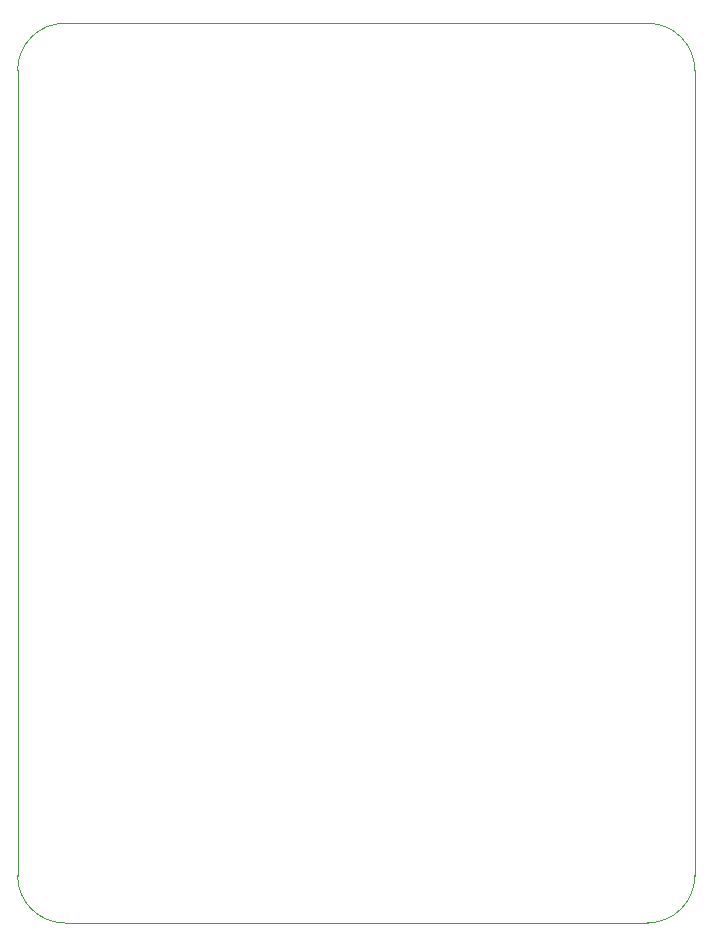
<source format=gbr>
%TF.GenerationSoftware,KiCad,Pcbnew,7.0.10*%
%TF.CreationDate,2025-05-14T10:04:40+02:00*%
%TF.ProjectId,Carte_driver_LED,43617274-655f-4647-9269-7665725f4c45,rev?*%
%TF.SameCoordinates,Original*%
%TF.FileFunction,Profile,NP*%
%FSLAX46Y46*%
G04 Gerber Fmt 4.6, Leading zero omitted, Abs format (unit mm)*
G04 Created by KiCad (PCBNEW 7.0.10) date 2025-05-14 10:04:40*
%MOMM*%
%LPD*%
G01*
G04 APERTURE LIST*
%TA.AperFunction,Profile*%
%ADD10C,0.100000*%
%TD*%
G04 APERTURE END LIST*
D10*
X24828427Y-20000000D02*
X74171573Y-20000000D01*
X24828427Y-19999997D02*
G75*
G03*
X20828427Y-24000000I3J-4000003D01*
G01*
X20828427Y-92171573D02*
X20828427Y-24000000D01*
X78171573Y-24000000D02*
X78171573Y-92171573D01*
X20828427Y-92171573D02*
G75*
G03*
X24828427Y-96171573I4000003J3D01*
G01*
X74171573Y-96171573D02*
G75*
G03*
X78171573Y-92171573I-3J4000003D01*
G01*
X78171600Y-24000000D02*
G75*
G03*
X74171573Y-20000000I-4000000J0D01*
G01*
X74171573Y-96171573D02*
X24828427Y-96171573D01*
M02*

</source>
